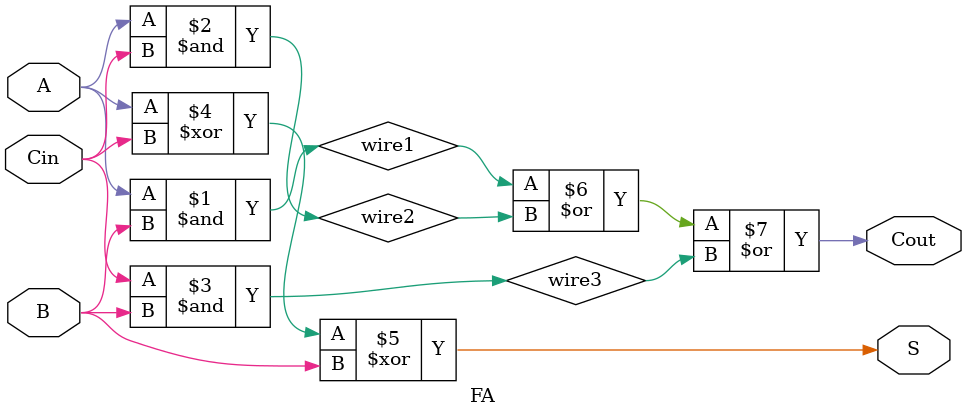
<source format=v>
module FA(input A , B , Cin ,
		  output S , Cout  );

  wire wire1 , wire2 , wire3 ;
  
  and( wire1 , A , B );
  and( wire2 , A , Cin );
  and( wire3 , Cin , B );

  xor( S , A , Cin , B );

  or( Cout , wire1 , wire2 , wire3 );

endmodule 
</source>
